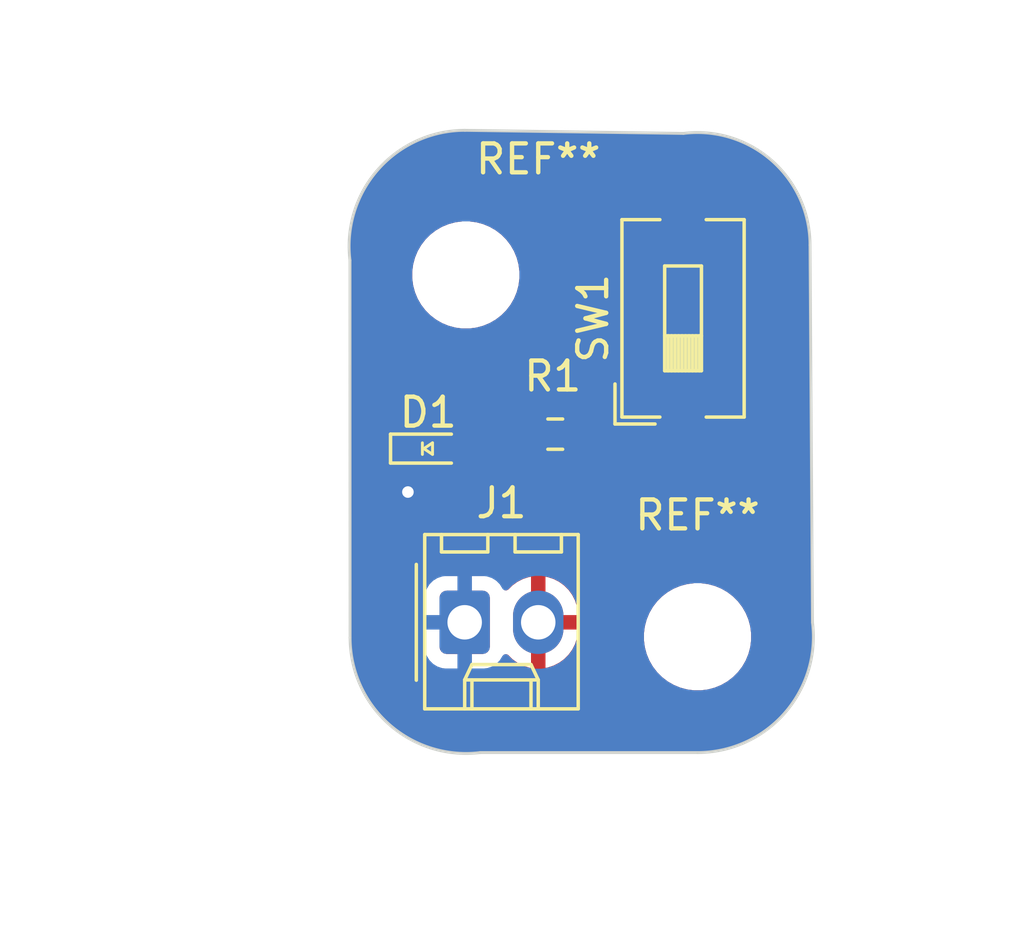
<source format=kicad_pcb>
(kicad_pcb (version 20240108) (generator "pcbnew") (generator_version "8.0")
  (title_block (title "LEDProject") (date "2024-09-29") (rev "1.0") (company "Illini Solar Car") (comment 1 "Designed By: Sarah Lau"))
  (layers (0 "F.Cu" signal) (31 "B.Cu" signal) (34 "B.Paste" user) (35 "F.Paste" user) (36 "B.SilkS" user "B.Silkscreen") (37 "F.SilkS" user "F.Silkscreen") (38 "B.Mask" user) (39 "F.Mask" user) (44 "Edge.Cuts" user))
  (net 0 "")
  (net 1 "Net-(D1-A)")
  (net 2 "GND")
  (net 3 "+3V3")
  (net 4 "Net-(R1-Pad1)")
  (footprint "layout:LED_0603_Symbol_on_F.SilkS" (layer "F.Cu") (at 115.2 91)
    (property "Reference" "D1" (at 0 -1.25 0) (layer "F.SilkS"))
    (property "Value" "LED_RED")
    (fp_line (start -1.3 -0.5) (end -1.3 0.5) (stroke (width 0.12)) (layer "F.SilkS"))
    (fp_line (start -1.3 -0.5) (end 0.8 -0.5) (stroke (width 0.12)) (layer "F.SilkS"))
    (fp_line (start -1.3 0.5) (end 0.8 0.5) (stroke (width 0.12)) (layer "F.SilkS"))
    (fp_line (start -0.2 -0.2) (end -0.2 0.2) (stroke (width 0.1)) (layer "F.SilkS"))
    (fp_line (start -0.15 0) (end 0.15 -0.2) (stroke (width 0.1)) (layer "F.SilkS"))
    (fp_line (start 0.15 -0.2) (end 0.15 0.2) (stroke (width 0.1)) (layer "F.SilkS"))
    (fp_line (start 0.15 0.2) (end -0.15 0) (stroke (width 0.1)) (layer "F.SilkS"))
    (pad "1" smd rect (at -0.8 0 180) (size 0.8 0.8) (layers "F.Cu" "F.Paste" "F.Mask") (net 2 "GND"))
    (pad "2" smd rect (at 0.8 0 180) (size 0.8 0.8) (layers "F.Cu" "F.Paste" "F.Mask") (net 1 "Net-(D1-A)"))
  )
  (footprint "Resistor_SMD:R_0603_1608Metric_Pad0.98x0.95mm_HandSolder" (layer "F.Cu") (at 119.5875 90.5 180)
    (property "Reference" "R1" (at 0.0875 2 360) (layer "F.SilkS"))
    (property "Value" "105")
    (fp_line (start -0.254724 0.5225) (end 0.254724 0.5225) (stroke (width 0.12)) (layer "F.SilkS"))
    (fp_line (start -0.254724 -0.5225) (end 0.254724 -0.5225) (stroke (width 0.12)) (layer "F.SilkS"))
    (pad "1" smd roundrect (at -0.9125 0 180) (size 0.975 0.95) (layers "F.Cu" "F.Paste" "F.Mask") (net 4 "Net-(R1-Pad1)"))
    (pad "2" smd roundrect (at 0.9125 0 180) (size 0.975 0.95) (layers "F.Cu" "F.Paste" "F.Mask") (net 1 "Net-(D1-A)"))
  )
  (footprint "MountingHole:MountingHole_3.2mm_M3" (layer "F.Cu") (at 116.5 85)
    (property "Reference" "REF**" (at 2.5 -4 0) (layer "F.SilkS"))
    (property "Value" "MountingHole_3.2mm_M3")
    (pad "" np_thru_hole circle (at 0 0) (size 3.2 3.2) (drill 3.2) (layers "*.Cu" "*.Mask"))
  )
  (footprint "Connector_Molex:Molex_KK-254_AE-6410-02A_1x02_P2.54mm_Vertical" (layer "F.Cu") (at 116.46 97)
    (property "Reference" "J1" (at 1.27 -4.12 0) (layer "F.SilkS"))
    (property "Value" "Conn_01x02")
    (fp_line (start -1.67 -2) (end -1.67 2) (stroke (width 0.12)) (layer "F.SilkS"))
    (fp_line (start -1.38 -3.03) (end -1.38 2.99) (stroke (width 0.12)) (layer "F.SilkS"))
    (fp_line (start -1.38 2.99) (end 3.92 2.99) (stroke (width 0.12)) (layer "F.SilkS"))
    (fp_line (start -0.8 -3.03) (end -0.8 -2.43) (stroke (width 0.12)) (layer "F.SilkS"))
    (fp_line (start -0.8 -2.43) (end 0.8 -2.43) (stroke (width 0.12)) (layer "F.SilkS"))
    (fp_line (start 0 1.99) (end 0.25 1.46) (stroke (width 0.12)) (layer "F.SilkS"))
    (fp_line (start 0 1.99) (end 2.54 1.99) (stroke (width 0.12)) (layer "F.SilkS"))
    (fp_line (start 0 2.99) (end 0 1.99) (stroke (width 0.12)) (layer "F.SilkS"))
    (fp_line (start 0.25 1.46) (end 2.29 1.46) (stroke (width 0.12)) (layer "F.SilkS"))
    (fp_line (start 0.25 2.99) (end 0.25 1.99) (stroke (width 0.12)) (layer "F.SilkS"))
    (fp_line (start 0.8 -2.43) (end 0.8 -3.03) (stroke (width 0.12)) (layer "F.SilkS"))
    (fp_line (start 1.74 -3.03) (end 1.74 -2.43) (stroke (width 0.12)) (layer "F.SilkS"))
    (fp_line (start 1.74 -2.43) (end 3.34 -2.43) (stroke (width 0.12)) (layer "F.SilkS"))
    (fp_line (start 2.29 1.46) (end 2.54 1.99) (stroke (width 0.12)) (layer "F.SilkS"))
    (fp_line (start 2.29 2.99) (end 2.29 1.99) (stroke (width 0.12)) (layer "F.SilkS"))
    (fp_line (start 2.54 1.99) (end 2.54 2.99) (stroke (width 0.12)) (layer "F.SilkS"))
    (fp_line (start 3.34 -2.43) (end 3.34 -3.03) (stroke (width 0.12)) (layer "F.SilkS"))
    (fp_line (start 3.92 -3.03) (end -1.38 -3.03) (stroke (width 0.12)) (layer "F.SilkS"))
    (fp_line (start 3.92 2.99) (end 3.92 -3.03) (stroke (width 0.12)) (layer "F.SilkS"))
    (pad "1" thru_hole roundrect (at 0 0) (size 1.74 2.19) (drill 1.19) (layers "*.Cu" "*.Mask") (roundrect_rratio 0.143678) (net 2 "GND"))
    (pad "2" thru_hole oval (at 2.54 0) (size 1.74 2.19) (drill 1.19) (layers "*.Cu" "*.Mask") (net 3 "+3V3"))
  )
  (footprint "Button_Switch_SMD:SW_DIP_SPSTx01_Slide_6.7x4.1mm_W8.61mm_P2.54mm_LowProfile" (layer "F.Cu") (at 124 86.5 90)
    (property "Reference" "SW1" (at 0 -3.11 90) (layer "F.SilkS"))
    (property "Value" "SW_Push")
    (fp_line (start -3.65 -2.35) (end -2.267 -2.35) (stroke (width 0.12)) (layer "F.SilkS"))
    (fp_line (start -3.65 -2.35) (end -3.65 -0.967) (stroke (width 0.12)) (layer "F.SilkS"))
    (fp_line (start 3.41 -2.11) (end 3.41 -0.8) (stroke (width 0.12)) (layer "F.SilkS"))
    (fp_line (start -3.41 -2.11) (end 3.41 -2.11) (stroke (width 0.12)) (layer "F.SilkS"))
    (fp_line (start -3.41 -2.11) (end -3.41 -0.8) (stroke (width 0.12)) (layer "F.SilkS"))
    (fp_line (start 1.81 -0.635) (end -1.81 -0.635) (stroke (width 0.12)) (layer "F.SilkS"))
    (fp_line (start -0.603333 -0.635) (end -0.603333 0.635) (stroke (width 0.12)) (layer "F.SilkS"))
    (fp_line (start -1.81 -0.635) (end -1.81 0.635) (stroke (width 0.12)) (layer "F.SilkS"))
    (fp_line (start -1.81 -0.515) (end -0.603333 -0.515) (stroke (width 0.12)) (layer "F.SilkS"))
    (fp_line (start -1.81 -0.395) (end -0.603333 -0.395) (stroke (width 0.12)) (layer "F.SilkS"))
    (fp_line (start -1.81 -0.275) (end -0.603333 -0.275) (stroke (width 0.12)) (layer "F.SilkS"))
    (fp_line (start -1.81 -0.155) (end -0.603333 -0.155) (stroke (width 0.12)) (layer "F.SilkS"))
    (fp_line (start -1.81 -0.035) (end -0.603333 -0.035) (stroke (width 0.12)) (layer "F.SilkS"))
    (fp_line (start -1.81 0.085) (end -0.603333 0.085) (stroke (width 0.12)) (layer "F.SilkS"))
    (fp_line (start -1.81 0.205) (end -0.603333 0.205) (stroke (width 0.12)) (layer "F.SilkS"))
    (fp_line (start -1.81 0.325) (end -0.603333 0.325) (stroke (width 0.12)) (layer "F.SilkS"))
    (fp_line (start -1.81 0.445) (end -0.603333 0.445) (stroke (width 0.12)) (layer "F.SilkS"))
    (fp_line (start -1.81 0.565) (end -0.603333 0.565) (stroke (width 0.12)) (layer "F.SilkS"))
    (fp_line (start 1.81 0.635) (end 1.81 -0.635) (stroke (width 0.12)) (layer "F.SilkS"))
    (fp_line (start -1.81 0.635) (end 1.81 0.635) (stroke (width 0.12)) (layer "F.SilkS"))
    (fp_line (start 3.41 0.8) (end 3.41 2.11) (stroke (width 0.12)) (layer "F.SilkS"))
    (fp_line (start -3.41 0.8) (end -3.41 2.11) (stroke (width 0.12)) (layer "F.SilkS"))
    (fp_line (start -3.41 2.11) (end 3.41 2.11) (stroke (width 0.12)) (layer "F.SilkS"))
    (pad "1" smd rect (at -4.305 0 90) (size 2.44 1.12) (layers "F.Cu" "F.Paste" "F.Mask") (net 3 "+3V3"))
    (pad "2" smd rect (at 4.305 0 90) (size 2.44 1.12) (layers "F.Cu" "F.Paste" "F.Mask") (net 4 "Net-(R1-Pad1)"))
  )
  (footprint "MountingHole:MountingHole_3.2mm_M3" (layer "F.Cu") (at 124.5 97.5)
    (property "Reference" "REF**" (at 0 -4.2 0) (layer "F.SilkS"))
    (property "Value" "MountingHole_3.2mm_M3")
    (pad "" np_thru_hole circle (at 0 0) (size 3.2 3.2) (drill 3.2) (layers "*.Cu" "*.Mask"))
  )
  (gr_arc (start 128.469112 97.003861) (mid 127.498713 100.147211) (end 124.5 101.5) (stroke (width 0.1)) (layer "Edge.Cuts"))
  (gr_line (start 116.469112 80.003861) (end 124.013842 80.110735) (stroke (width 0.1)) (layer "Edge.Cuts"))
  (gr_line (start 112.503861 97.530888) (end 112.5 84.5) (stroke (width 0.1)) (layer "Edge.Cuts"))
  (gr_line (start 124.5 101.5) (end 117 101.5) (stroke (width 0.1)) (layer "Edge.Cuts"))
  (gr_arc (start 117 101.5) (mid 113.85665 100.529601) (end 112.503861 97.530888) (stroke (width 0.1)) (layer "Edge.Cuts"))
  (gr_line (start 128.384543 83.969112) (end 128.469112 97.003861) (stroke (width 0.1)) (layer "Edge.Cuts"))
  (gr_arc (start 124.013842 80.110735) (mid 127.069495 81.05406) (end 128.384543 83.969112) (stroke (width 0.1)) (layer "Edge.Cuts"))
  (gr_arc (start 112.5 84.5) (mid 113.470399 81.35665) (end 116.469112 80.003861) (stroke (width 0.1)) (layer "Edge.Cuts"))
  (segment (start 118.675 90.5) (end 116.5 90.5) (width 0.25) (layer "F.Cu") (net 1))
  (segment (start 116.5 90.5) (end 116 91) (width 0.25) (layer "F.Cu") (net 1))
  (segment (start 114.4 92.4) (end 114.5 92.5) (width 0.25) (layer "F.Cu") (net 2))
  (segment (start 114.4 91) (end 114.4 92.4) (width 0.25) (layer "F.Cu") (net 2))
  (via (at 114.5 92.5) (size 0.8) (drill 0.4) (layers "F.Cu" "B.Cu") (net 2))
  (segment (start 120.5 87) (end 120.5 90.5) (width 0.25) (layer "F.Cu") (net 4))
  (segment (start 124 82.195) (end 122.805 82.195) (width 0.25) (layer "F.Cu") (net 4))
  (segment (start 121 85) (end 120.5 85.5) (width 0.25) (layer "F.Cu") (net 4))
  (segment (start 121 84) (end 121 85) (width 0.25) (layer "F.Cu") (net 4))
  (segment (start 122.805 82.195) (end 121 84) (width 0.25) (layer "F.Cu") (net 4))
  (segment (start 120.5 85.5) (end 120.5 87) (width 0.25) (layer "F.Cu") (net 4))
  (zone (net 3) (net_name "+3V3") (layer "F.Cu") (connect_pads (clearance 0.508)) (min_thickness 0.25) (fill yes (thermal_gap 0.5) (thermal_bridge_width 0.5))
    (polygon (pts (xy 112.5 80) (xy 128.5 80) (xy 128.5 101.5) (xy 112.5 101.5)))
  )
  (zone (net 2) (net_name "GND") (layer "B.Cu") (priority 1) (connect_pads (clearance 0.508)) (min_thickness 0.25) (fill yes (thermal_gap 0.5) (thermal_bridge_width 0.5))
    (polygon (pts (xy 112.5 80) (xy 128.5 80) (xy 128.5 101.5) (xy 112.5 101.5)))
  )
)
</source>
